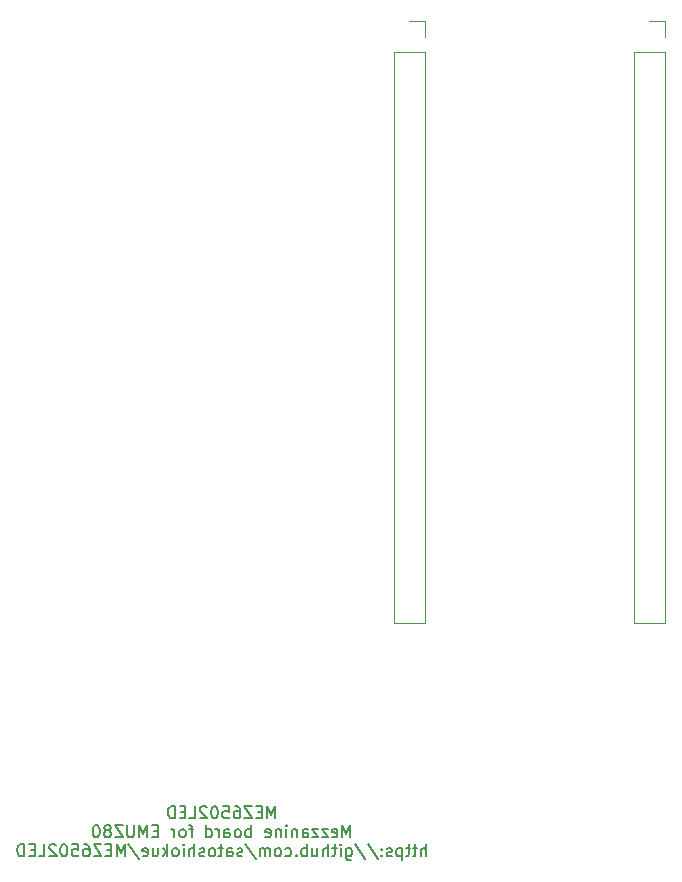
<source format=gbo>
G04 #@! TF.GenerationSoftware,KiCad,Pcbnew,(6.0.10-0)*
G04 #@! TF.CreationDate,2023-01-27T16:31:16+09:00*
G04 #@! TF.ProjectId,MEZ6502LED,4d455a36-3530-4324-9c45-442e6b696361,A*
G04 #@! TF.SameCoordinates,PX5ee3fe0PY8f872a0*
G04 #@! TF.FileFunction,Legend,Bot*
G04 #@! TF.FilePolarity,Positive*
%FSLAX46Y46*%
G04 Gerber Fmt 4.6, Leading zero omitted, Abs format (unit mm)*
G04 Created by KiCad (PCBNEW (6.0.10-0)) date 2023-01-27 16:31:16*
%MOMM*%
%LPD*%
G01*
G04 APERTURE LIST*
%ADD10C,0.150000*%
%ADD11C,0.120000*%
G04 APERTURE END LIST*
D10*
X40083809Y8777620D02*
X40083809Y9777620D01*
X39750476Y9063334D01*
X39417142Y9777620D01*
X39417142Y8777620D01*
X38940952Y9301429D02*
X38607619Y9301429D01*
X38464761Y8777620D02*
X38940952Y8777620D01*
X38940952Y9777620D01*
X38464761Y9777620D01*
X38131428Y9777620D02*
X37464761Y9777620D01*
X38131428Y8777620D01*
X37464761Y8777620D01*
X36655238Y9777620D02*
X36845714Y9777620D01*
X36940952Y9730000D01*
X36988571Y9682381D01*
X37083809Y9539524D01*
X37131428Y9349048D01*
X37131428Y8968096D01*
X37083809Y8872858D01*
X37036190Y8825239D01*
X36940952Y8777620D01*
X36750476Y8777620D01*
X36655238Y8825239D01*
X36607619Y8872858D01*
X36560000Y8968096D01*
X36560000Y9206191D01*
X36607619Y9301429D01*
X36655238Y9349048D01*
X36750476Y9396667D01*
X36940952Y9396667D01*
X37036190Y9349048D01*
X37083809Y9301429D01*
X37131428Y9206191D01*
X35655238Y9777620D02*
X36131428Y9777620D01*
X36179047Y9301429D01*
X36131428Y9349048D01*
X36036190Y9396667D01*
X35798095Y9396667D01*
X35702857Y9349048D01*
X35655238Y9301429D01*
X35607619Y9206191D01*
X35607619Y8968096D01*
X35655238Y8872858D01*
X35702857Y8825239D01*
X35798095Y8777620D01*
X36036190Y8777620D01*
X36131428Y8825239D01*
X36179047Y8872858D01*
X34988571Y9777620D02*
X34893333Y9777620D01*
X34798095Y9730000D01*
X34750476Y9682381D01*
X34702857Y9587143D01*
X34655238Y9396667D01*
X34655238Y9158572D01*
X34702857Y8968096D01*
X34750476Y8872858D01*
X34798095Y8825239D01*
X34893333Y8777620D01*
X34988571Y8777620D01*
X35083809Y8825239D01*
X35131428Y8872858D01*
X35179047Y8968096D01*
X35226666Y9158572D01*
X35226666Y9396667D01*
X35179047Y9587143D01*
X35131428Y9682381D01*
X35083809Y9730000D01*
X34988571Y9777620D01*
X34274285Y9682381D02*
X34226666Y9730000D01*
X34131428Y9777620D01*
X33893333Y9777620D01*
X33798095Y9730000D01*
X33750476Y9682381D01*
X33702857Y9587143D01*
X33702857Y9491905D01*
X33750476Y9349048D01*
X34321904Y8777620D01*
X33702857Y8777620D01*
X32798095Y8777620D02*
X33274285Y8777620D01*
X33274285Y9777620D01*
X32464761Y9301429D02*
X32131428Y9301429D01*
X31988571Y8777620D02*
X32464761Y8777620D01*
X32464761Y9777620D01*
X31988571Y9777620D01*
X31560000Y8777620D02*
X31560000Y9777620D01*
X31321904Y9777620D01*
X31179047Y9730000D01*
X31083809Y9634762D01*
X31036190Y9539524D01*
X30988571Y9349048D01*
X30988571Y9206191D01*
X31036190Y9015715D01*
X31083809Y8920477D01*
X31179047Y8825239D01*
X31321904Y8777620D01*
X31560000Y8777620D01*
X46440952Y7167620D02*
X46440952Y8167620D01*
X46107619Y7453334D01*
X45774285Y8167620D01*
X45774285Y7167620D01*
X44917142Y7215239D02*
X45012380Y7167620D01*
X45202857Y7167620D01*
X45298095Y7215239D01*
X45345714Y7310477D01*
X45345714Y7691429D01*
X45298095Y7786667D01*
X45202857Y7834286D01*
X45012380Y7834286D01*
X44917142Y7786667D01*
X44869523Y7691429D01*
X44869523Y7596191D01*
X45345714Y7500953D01*
X44536190Y7834286D02*
X44012380Y7834286D01*
X44536190Y7167620D01*
X44012380Y7167620D01*
X43726666Y7834286D02*
X43202857Y7834286D01*
X43726666Y7167620D01*
X43202857Y7167620D01*
X42393333Y7167620D02*
X42393333Y7691429D01*
X42440952Y7786667D01*
X42536190Y7834286D01*
X42726666Y7834286D01*
X42821904Y7786667D01*
X42393333Y7215239D02*
X42488571Y7167620D01*
X42726666Y7167620D01*
X42821904Y7215239D01*
X42869523Y7310477D01*
X42869523Y7405715D01*
X42821904Y7500953D01*
X42726666Y7548572D01*
X42488571Y7548572D01*
X42393333Y7596191D01*
X41917142Y7834286D02*
X41917142Y7167620D01*
X41917142Y7739048D02*
X41869523Y7786667D01*
X41774285Y7834286D01*
X41631428Y7834286D01*
X41536190Y7786667D01*
X41488571Y7691429D01*
X41488571Y7167620D01*
X41012380Y7167620D02*
X41012380Y7834286D01*
X41012380Y8167620D02*
X41060000Y8120000D01*
X41012380Y8072381D01*
X40964761Y8120000D01*
X41012380Y8167620D01*
X41012380Y8072381D01*
X40536190Y7834286D02*
X40536190Y7167620D01*
X40536190Y7739048D02*
X40488571Y7786667D01*
X40393333Y7834286D01*
X40250476Y7834286D01*
X40155238Y7786667D01*
X40107619Y7691429D01*
X40107619Y7167620D01*
X39250476Y7215239D02*
X39345714Y7167620D01*
X39536190Y7167620D01*
X39631428Y7215239D01*
X39679047Y7310477D01*
X39679047Y7691429D01*
X39631428Y7786667D01*
X39536190Y7834286D01*
X39345714Y7834286D01*
X39250476Y7786667D01*
X39202857Y7691429D01*
X39202857Y7596191D01*
X39679047Y7500953D01*
X38012380Y7167620D02*
X38012380Y8167620D01*
X38012380Y7786667D02*
X37917142Y7834286D01*
X37726666Y7834286D01*
X37631428Y7786667D01*
X37583809Y7739048D01*
X37536190Y7643810D01*
X37536190Y7358096D01*
X37583809Y7262858D01*
X37631428Y7215239D01*
X37726666Y7167620D01*
X37917142Y7167620D01*
X38012380Y7215239D01*
X36964761Y7167620D02*
X37060000Y7215239D01*
X37107619Y7262858D01*
X37155238Y7358096D01*
X37155238Y7643810D01*
X37107619Y7739048D01*
X37060000Y7786667D01*
X36964761Y7834286D01*
X36821904Y7834286D01*
X36726666Y7786667D01*
X36679047Y7739048D01*
X36631428Y7643810D01*
X36631428Y7358096D01*
X36679047Y7262858D01*
X36726666Y7215239D01*
X36821904Y7167620D01*
X36964761Y7167620D01*
X35774285Y7167620D02*
X35774285Y7691429D01*
X35821904Y7786667D01*
X35917142Y7834286D01*
X36107619Y7834286D01*
X36202857Y7786667D01*
X35774285Y7215239D02*
X35869523Y7167620D01*
X36107619Y7167620D01*
X36202857Y7215239D01*
X36250476Y7310477D01*
X36250476Y7405715D01*
X36202857Y7500953D01*
X36107619Y7548572D01*
X35869523Y7548572D01*
X35774285Y7596191D01*
X35298095Y7167620D02*
X35298095Y7834286D01*
X35298095Y7643810D02*
X35250476Y7739048D01*
X35202857Y7786667D01*
X35107619Y7834286D01*
X35012380Y7834286D01*
X34250476Y7167620D02*
X34250476Y8167620D01*
X34250476Y7215239D02*
X34345714Y7167620D01*
X34536190Y7167620D01*
X34631428Y7215239D01*
X34679047Y7262858D01*
X34726666Y7358096D01*
X34726666Y7643810D01*
X34679047Y7739048D01*
X34631428Y7786667D01*
X34536190Y7834286D01*
X34345714Y7834286D01*
X34250476Y7786667D01*
X33155238Y7834286D02*
X32774285Y7834286D01*
X33012380Y7167620D02*
X33012380Y8024762D01*
X32964761Y8120000D01*
X32869523Y8167620D01*
X32774285Y8167620D01*
X32298095Y7167620D02*
X32393333Y7215239D01*
X32440952Y7262858D01*
X32488571Y7358096D01*
X32488571Y7643810D01*
X32440952Y7739048D01*
X32393333Y7786667D01*
X32298095Y7834286D01*
X32155238Y7834286D01*
X32060000Y7786667D01*
X32012380Y7739048D01*
X31964761Y7643810D01*
X31964761Y7358096D01*
X32012380Y7262858D01*
X32060000Y7215239D01*
X32155238Y7167620D01*
X32298095Y7167620D01*
X31536190Y7167620D02*
X31536190Y7834286D01*
X31536190Y7643810D02*
X31488571Y7739048D01*
X31440952Y7786667D01*
X31345714Y7834286D01*
X31250476Y7834286D01*
X30155238Y7691429D02*
X29821904Y7691429D01*
X29679047Y7167620D02*
X30155238Y7167620D01*
X30155238Y8167620D01*
X29679047Y8167620D01*
X29250476Y7167620D02*
X29250476Y8167620D01*
X28917142Y7453334D01*
X28583809Y8167620D01*
X28583809Y7167620D01*
X28107619Y8167620D02*
X28107619Y7358096D01*
X28060000Y7262858D01*
X28012380Y7215239D01*
X27917142Y7167620D01*
X27726666Y7167620D01*
X27631428Y7215239D01*
X27583809Y7262858D01*
X27536190Y7358096D01*
X27536190Y8167620D01*
X27155238Y8167620D02*
X26488571Y8167620D01*
X27155238Y7167620D01*
X26488571Y7167620D01*
X25964761Y7739048D02*
X26060000Y7786667D01*
X26107619Y7834286D01*
X26155238Y7929524D01*
X26155238Y7977143D01*
X26107619Y8072381D01*
X26060000Y8120000D01*
X25964761Y8167620D01*
X25774285Y8167620D01*
X25679047Y8120000D01*
X25631428Y8072381D01*
X25583809Y7977143D01*
X25583809Y7929524D01*
X25631428Y7834286D01*
X25679047Y7786667D01*
X25774285Y7739048D01*
X25964761Y7739048D01*
X26060000Y7691429D01*
X26107619Y7643810D01*
X26155238Y7548572D01*
X26155238Y7358096D01*
X26107619Y7262858D01*
X26060000Y7215239D01*
X25964761Y7167620D01*
X25774285Y7167620D01*
X25679047Y7215239D01*
X25631428Y7262858D01*
X25583809Y7358096D01*
X25583809Y7548572D01*
X25631428Y7643810D01*
X25679047Y7691429D01*
X25774285Y7739048D01*
X24964761Y8167620D02*
X24869523Y8167620D01*
X24774285Y8120000D01*
X24726666Y8072381D01*
X24679047Y7977143D01*
X24631428Y7786667D01*
X24631428Y7548572D01*
X24679047Y7358096D01*
X24726666Y7262858D01*
X24774285Y7215239D01*
X24869523Y7167620D01*
X24964761Y7167620D01*
X25060000Y7215239D01*
X25107619Y7262858D01*
X25155238Y7358096D01*
X25202857Y7548572D01*
X25202857Y7786667D01*
X25155238Y7977143D01*
X25107619Y8072381D01*
X25060000Y8120000D01*
X24964761Y8167620D01*
X52845714Y5557620D02*
X52845714Y6557620D01*
X52417142Y5557620D02*
X52417142Y6081429D01*
X52464761Y6176667D01*
X52560000Y6224286D01*
X52702857Y6224286D01*
X52798095Y6176667D01*
X52845714Y6129048D01*
X52083809Y6224286D02*
X51702857Y6224286D01*
X51940952Y6557620D02*
X51940952Y5700477D01*
X51893333Y5605239D01*
X51798095Y5557620D01*
X51702857Y5557620D01*
X51512380Y6224286D02*
X51131428Y6224286D01*
X51369523Y6557620D02*
X51369523Y5700477D01*
X51321904Y5605239D01*
X51226666Y5557620D01*
X51131428Y5557620D01*
X50798095Y6224286D02*
X50798095Y5224286D01*
X50798095Y6176667D02*
X50702857Y6224286D01*
X50512380Y6224286D01*
X50417142Y6176667D01*
X50369523Y6129048D01*
X50321904Y6033810D01*
X50321904Y5748096D01*
X50369523Y5652858D01*
X50417142Y5605239D01*
X50512380Y5557620D01*
X50702857Y5557620D01*
X50798095Y5605239D01*
X49940952Y5605239D02*
X49845714Y5557620D01*
X49655238Y5557620D01*
X49560000Y5605239D01*
X49512380Y5700477D01*
X49512380Y5748096D01*
X49560000Y5843334D01*
X49655238Y5890953D01*
X49798095Y5890953D01*
X49893333Y5938572D01*
X49940952Y6033810D01*
X49940952Y6081429D01*
X49893333Y6176667D01*
X49798095Y6224286D01*
X49655238Y6224286D01*
X49560000Y6176667D01*
X49083809Y5652858D02*
X49036190Y5605239D01*
X49083809Y5557620D01*
X49131428Y5605239D01*
X49083809Y5652858D01*
X49083809Y5557620D01*
X49083809Y6176667D02*
X49036190Y6129048D01*
X49083809Y6081429D01*
X49131428Y6129048D01*
X49083809Y6176667D01*
X49083809Y6081429D01*
X47893333Y6605239D02*
X48750476Y5319524D01*
X46845714Y6605239D02*
X47702857Y5319524D01*
X46083809Y6224286D02*
X46083809Y5414762D01*
X46131428Y5319524D01*
X46179047Y5271905D01*
X46274285Y5224286D01*
X46417142Y5224286D01*
X46512380Y5271905D01*
X46083809Y5605239D02*
X46179047Y5557620D01*
X46369523Y5557620D01*
X46464761Y5605239D01*
X46512380Y5652858D01*
X46560000Y5748096D01*
X46560000Y6033810D01*
X46512380Y6129048D01*
X46464761Y6176667D01*
X46369523Y6224286D01*
X46179047Y6224286D01*
X46083809Y6176667D01*
X45607619Y5557620D02*
X45607619Y6224286D01*
X45607619Y6557620D02*
X45655238Y6510000D01*
X45607619Y6462381D01*
X45560000Y6510000D01*
X45607619Y6557620D01*
X45607619Y6462381D01*
X45274285Y6224286D02*
X44893333Y6224286D01*
X45131428Y6557620D02*
X45131428Y5700477D01*
X45083809Y5605239D01*
X44988571Y5557620D01*
X44893333Y5557620D01*
X44560000Y5557620D02*
X44560000Y6557620D01*
X44131428Y5557620D02*
X44131428Y6081429D01*
X44179047Y6176667D01*
X44274285Y6224286D01*
X44417142Y6224286D01*
X44512380Y6176667D01*
X44560000Y6129048D01*
X43226666Y6224286D02*
X43226666Y5557620D01*
X43655238Y6224286D02*
X43655238Y5700477D01*
X43607619Y5605239D01*
X43512380Y5557620D01*
X43369523Y5557620D01*
X43274285Y5605239D01*
X43226666Y5652858D01*
X42750476Y5557620D02*
X42750476Y6557620D01*
X42750476Y6176667D02*
X42655238Y6224286D01*
X42464761Y6224286D01*
X42369523Y6176667D01*
X42321904Y6129048D01*
X42274285Y6033810D01*
X42274285Y5748096D01*
X42321904Y5652858D01*
X42369523Y5605239D01*
X42464761Y5557620D01*
X42655238Y5557620D01*
X42750476Y5605239D01*
X41845714Y5652858D02*
X41798095Y5605239D01*
X41845714Y5557620D01*
X41893333Y5605239D01*
X41845714Y5652858D01*
X41845714Y5557620D01*
X40940952Y5605239D02*
X41036190Y5557620D01*
X41226666Y5557620D01*
X41321904Y5605239D01*
X41369523Y5652858D01*
X41417142Y5748096D01*
X41417142Y6033810D01*
X41369523Y6129048D01*
X41321904Y6176667D01*
X41226666Y6224286D01*
X41036190Y6224286D01*
X40940952Y6176667D01*
X40369523Y5557620D02*
X40464761Y5605239D01*
X40512380Y5652858D01*
X40560000Y5748096D01*
X40560000Y6033810D01*
X40512380Y6129048D01*
X40464761Y6176667D01*
X40369523Y6224286D01*
X40226666Y6224286D01*
X40131428Y6176667D01*
X40083809Y6129048D01*
X40036190Y6033810D01*
X40036190Y5748096D01*
X40083809Y5652858D01*
X40131428Y5605239D01*
X40226666Y5557620D01*
X40369523Y5557620D01*
X39607619Y5557620D02*
X39607619Y6224286D01*
X39607619Y6129048D02*
X39560000Y6176667D01*
X39464761Y6224286D01*
X39321904Y6224286D01*
X39226666Y6176667D01*
X39179047Y6081429D01*
X39179047Y5557620D01*
X39179047Y6081429D02*
X39131428Y6176667D01*
X39036190Y6224286D01*
X38893333Y6224286D01*
X38798095Y6176667D01*
X38750476Y6081429D01*
X38750476Y5557620D01*
X37560000Y6605239D02*
X38417142Y5319524D01*
X37274285Y5605239D02*
X37179047Y5557620D01*
X36988571Y5557620D01*
X36893333Y5605239D01*
X36845714Y5700477D01*
X36845714Y5748096D01*
X36893333Y5843334D01*
X36988571Y5890953D01*
X37131428Y5890953D01*
X37226666Y5938572D01*
X37274285Y6033810D01*
X37274285Y6081429D01*
X37226666Y6176667D01*
X37131428Y6224286D01*
X36988571Y6224286D01*
X36893333Y6176667D01*
X35988571Y5557620D02*
X35988571Y6081429D01*
X36036190Y6176667D01*
X36131428Y6224286D01*
X36321904Y6224286D01*
X36417142Y6176667D01*
X35988571Y5605239D02*
X36083809Y5557620D01*
X36321904Y5557620D01*
X36417142Y5605239D01*
X36464761Y5700477D01*
X36464761Y5795715D01*
X36417142Y5890953D01*
X36321904Y5938572D01*
X36083809Y5938572D01*
X35988571Y5986191D01*
X35655238Y6224286D02*
X35274285Y6224286D01*
X35512380Y6557620D02*
X35512380Y5700477D01*
X35464761Y5605239D01*
X35369523Y5557620D01*
X35274285Y5557620D01*
X34798095Y5557620D02*
X34893333Y5605239D01*
X34940952Y5652858D01*
X34988571Y5748096D01*
X34988571Y6033810D01*
X34940952Y6129048D01*
X34893333Y6176667D01*
X34798095Y6224286D01*
X34655238Y6224286D01*
X34560000Y6176667D01*
X34512380Y6129048D01*
X34464761Y6033810D01*
X34464761Y5748096D01*
X34512380Y5652858D01*
X34560000Y5605239D01*
X34655238Y5557620D01*
X34798095Y5557620D01*
X34083809Y5605239D02*
X33988571Y5557620D01*
X33798095Y5557620D01*
X33702857Y5605239D01*
X33655238Y5700477D01*
X33655238Y5748096D01*
X33702857Y5843334D01*
X33798095Y5890953D01*
X33940952Y5890953D01*
X34036190Y5938572D01*
X34083809Y6033810D01*
X34083809Y6081429D01*
X34036190Y6176667D01*
X33940952Y6224286D01*
X33798095Y6224286D01*
X33702857Y6176667D01*
X33226666Y5557620D02*
X33226666Y6557620D01*
X32798095Y5557620D02*
X32798095Y6081429D01*
X32845714Y6176667D01*
X32940952Y6224286D01*
X33083809Y6224286D01*
X33179047Y6176667D01*
X33226666Y6129048D01*
X32321904Y5557620D02*
X32321904Y6224286D01*
X32321904Y6557620D02*
X32369523Y6510000D01*
X32321904Y6462381D01*
X32274285Y6510000D01*
X32321904Y6557620D01*
X32321904Y6462381D01*
X31702857Y5557620D02*
X31798095Y5605239D01*
X31845714Y5652858D01*
X31893333Y5748096D01*
X31893333Y6033810D01*
X31845714Y6129048D01*
X31798095Y6176667D01*
X31702857Y6224286D01*
X31560000Y6224286D01*
X31464761Y6176667D01*
X31417142Y6129048D01*
X31369523Y6033810D01*
X31369523Y5748096D01*
X31417142Y5652858D01*
X31464761Y5605239D01*
X31560000Y5557620D01*
X31702857Y5557620D01*
X30940952Y5557620D02*
X30940952Y6557620D01*
X30845714Y5938572D02*
X30560000Y5557620D01*
X30560000Y6224286D02*
X30940952Y5843334D01*
X29702857Y6224286D02*
X29702857Y5557620D01*
X30131428Y6224286D02*
X30131428Y5700477D01*
X30083809Y5605239D01*
X29988571Y5557620D01*
X29845714Y5557620D01*
X29750476Y5605239D01*
X29702857Y5652858D01*
X28845714Y5605239D02*
X28940952Y5557620D01*
X29131428Y5557620D01*
X29226666Y5605239D01*
X29274285Y5700477D01*
X29274285Y6081429D01*
X29226666Y6176667D01*
X29131428Y6224286D01*
X28940952Y6224286D01*
X28845714Y6176667D01*
X28798095Y6081429D01*
X28798095Y5986191D01*
X29274285Y5890953D01*
X27655238Y6605239D02*
X28512380Y5319524D01*
X27321904Y5557620D02*
X27321904Y6557620D01*
X26988571Y5843334D01*
X26655238Y6557620D01*
X26655238Y5557620D01*
X26179047Y6081429D02*
X25845714Y6081429D01*
X25702857Y5557620D02*
X26179047Y5557620D01*
X26179047Y6557620D01*
X25702857Y6557620D01*
X25369523Y6557620D02*
X24702857Y6557620D01*
X25369523Y5557620D01*
X24702857Y5557620D01*
X23893333Y6557620D02*
X24083809Y6557620D01*
X24179047Y6510000D01*
X24226666Y6462381D01*
X24321904Y6319524D01*
X24369523Y6129048D01*
X24369523Y5748096D01*
X24321904Y5652858D01*
X24274285Y5605239D01*
X24179047Y5557620D01*
X23988571Y5557620D01*
X23893333Y5605239D01*
X23845714Y5652858D01*
X23798095Y5748096D01*
X23798095Y5986191D01*
X23845714Y6081429D01*
X23893333Y6129048D01*
X23988571Y6176667D01*
X24179047Y6176667D01*
X24274285Y6129048D01*
X24321904Y6081429D01*
X24369523Y5986191D01*
X22893333Y6557620D02*
X23369523Y6557620D01*
X23417142Y6081429D01*
X23369523Y6129048D01*
X23274285Y6176667D01*
X23036190Y6176667D01*
X22940952Y6129048D01*
X22893333Y6081429D01*
X22845714Y5986191D01*
X22845714Y5748096D01*
X22893333Y5652858D01*
X22940952Y5605239D01*
X23036190Y5557620D01*
X23274285Y5557620D01*
X23369523Y5605239D01*
X23417142Y5652858D01*
X22226666Y6557620D02*
X22131428Y6557620D01*
X22036190Y6510000D01*
X21988571Y6462381D01*
X21940952Y6367143D01*
X21893333Y6176667D01*
X21893333Y5938572D01*
X21940952Y5748096D01*
X21988571Y5652858D01*
X22036190Y5605239D01*
X22131428Y5557620D01*
X22226666Y5557620D01*
X22321904Y5605239D01*
X22369523Y5652858D01*
X22417142Y5748096D01*
X22464761Y5938572D01*
X22464761Y6176667D01*
X22417142Y6367143D01*
X22369523Y6462381D01*
X22321904Y6510000D01*
X22226666Y6557620D01*
X21512380Y6462381D02*
X21464761Y6510000D01*
X21369523Y6557620D01*
X21131428Y6557620D01*
X21036190Y6510000D01*
X20988571Y6462381D01*
X20940952Y6367143D01*
X20940952Y6271905D01*
X20988571Y6129048D01*
X21560000Y5557620D01*
X20940952Y5557620D01*
X20036190Y5557620D02*
X20512380Y5557620D01*
X20512380Y6557620D01*
X19702857Y6081429D02*
X19369523Y6081429D01*
X19226666Y5557620D02*
X19702857Y5557620D01*
X19702857Y6557620D01*
X19226666Y6557620D01*
X18798095Y5557620D02*
X18798095Y6557620D01*
X18560000Y6557620D01*
X18417142Y6510000D01*
X18321904Y6414762D01*
X18274285Y6319524D01*
X18226666Y6129048D01*
X18226666Y5986191D01*
X18274285Y5795715D01*
X18321904Y5700477D01*
X18417142Y5605239D01*
X18560000Y5557620D01*
X18798095Y5557620D01*
D11*
X73085000Y25340000D02*
X70425000Y25340000D01*
X70425000Y73660000D02*
X70425000Y25340000D01*
X73085000Y73660000D02*
X73085000Y25340000D01*
X73085000Y73660000D02*
X70425000Y73660000D01*
X73085000Y76260000D02*
X71755000Y76260000D01*
X73085000Y74930000D02*
X73085000Y76260000D01*
X52765000Y25340000D02*
X50105000Y25340000D01*
X52765000Y76260000D02*
X51435000Y76260000D01*
X52765000Y73660000D02*
X52765000Y25340000D01*
X52765000Y74930000D02*
X52765000Y76260000D01*
X52765000Y73660000D02*
X50105000Y73660000D01*
X50105000Y73660000D02*
X50105000Y25340000D01*
M02*

</source>
